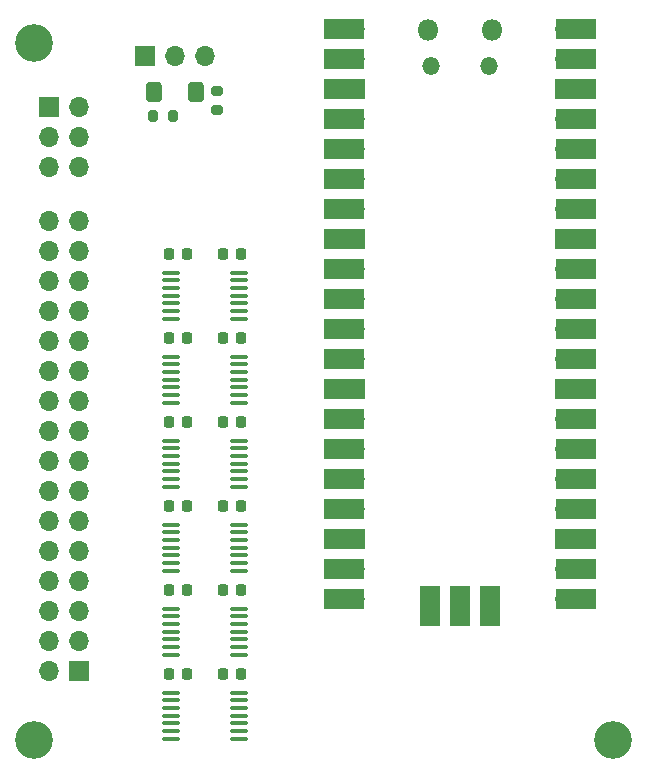
<source format=gts>
G04 #@! TF.GenerationSoftware,KiCad,Pcbnew,8.0.8-8.0.8-0~ubuntu24.04.1*
G04 #@! TF.CreationDate,2025-04-25T21:20:27+02:00*
G04 #@! TF.ProjectId,LogicAnalyzer,4c6f6769-6341-46e6-916c-797a65722e6b,rev?*
G04 #@! TF.SameCoordinates,Original*
G04 #@! TF.FileFunction,Soldermask,Top*
G04 #@! TF.FilePolarity,Negative*
%FSLAX46Y46*%
G04 Gerber Fmt 4.6, Leading zero omitted, Abs format (unit mm)*
G04 Created by KiCad (PCBNEW 8.0.8-8.0.8-0~ubuntu24.04.1) date 2025-04-25 21:20:27*
%MOMM*%
%LPD*%
G01*
G04 APERTURE LIST*
G04 Aperture macros list*
%AMRoundRect*
0 Rectangle with rounded corners*
0 $1 Rounding radius*
0 $2 $3 $4 $5 $6 $7 $8 $9 X,Y pos of 4 corners*
0 Add a 4 corners polygon primitive as box body*
4,1,4,$2,$3,$4,$5,$6,$7,$8,$9,$2,$3,0*
0 Add four circle primitives for the rounded corners*
1,1,$1+$1,$2,$3*
1,1,$1+$1,$4,$5*
1,1,$1+$1,$6,$7*
1,1,$1+$1,$8,$9*
0 Add four rect primitives between the rounded corners*
20,1,$1+$1,$2,$3,$4,$5,0*
20,1,$1+$1,$4,$5,$6,$7,0*
20,1,$1+$1,$6,$7,$8,$9,0*
20,1,$1+$1,$8,$9,$2,$3,0*%
G04 Aperture macros list end*
%ADD10RoundRect,0.225000X0.225000X0.250000X-0.225000X0.250000X-0.225000X-0.250000X0.225000X-0.250000X0*%
%ADD11C,3.200000*%
%ADD12RoundRect,0.100000X-0.637500X-0.100000X0.637500X-0.100000X0.637500X0.100000X-0.637500X0.100000X0*%
%ADD13RoundRect,0.200000X-0.200000X-0.275000X0.200000X-0.275000X0.200000X0.275000X-0.200000X0.275000X0*%
%ADD14RoundRect,0.250000X-0.400000X-0.600000X0.400000X-0.600000X0.400000X0.600000X-0.400000X0.600000X0*%
%ADD15R,1.700000X1.700000*%
%ADD16O,1.700000X1.700000*%
%ADD17RoundRect,0.225000X-0.225000X-0.250000X0.225000X-0.250000X0.225000X0.250000X-0.225000X0.250000X0*%
%ADD18RoundRect,0.200000X-0.275000X0.200000X-0.275000X-0.200000X0.275000X-0.200000X0.275000X0.200000X0*%
%ADD19O,1.800000X1.800000*%
%ADD20O,1.500000X1.500000*%
%ADD21R,3.500000X1.700000*%
%ADD22R,1.700000X3.500000*%
G04 APERTURE END LIST*
D10*
X170447000Y-106680000D03*
X168897000Y-106680000D03*
D11*
X157501957Y-126493030D03*
D12*
X169095500Y-86950000D03*
X169095500Y-87600000D03*
X169095500Y-88250000D03*
X169095500Y-88900000D03*
X169095500Y-89550000D03*
X169095500Y-90200000D03*
X169095500Y-90850000D03*
X174820500Y-90850000D03*
X174820500Y-90200000D03*
X174820500Y-89550000D03*
X174820500Y-88900000D03*
X174820500Y-88250000D03*
X174820500Y-87600000D03*
X174820500Y-86950000D03*
X169095500Y-94062000D03*
X169095500Y-94712000D03*
X169095500Y-95362000D03*
X169095500Y-96012000D03*
X169095500Y-96662000D03*
X169095500Y-97312000D03*
X169095500Y-97962000D03*
X174820500Y-97962000D03*
X174820500Y-97312000D03*
X174820500Y-96662000D03*
X174820500Y-96012000D03*
X174820500Y-95362000D03*
X174820500Y-94712000D03*
X174820500Y-94062000D03*
D13*
X167577000Y-73660000D03*
X169227000Y-73660000D03*
D11*
X157507194Y-67484319D03*
D14*
X167668000Y-71628000D03*
X171168000Y-71628000D03*
D15*
X158750000Y-72898000D03*
D16*
X161290000Y-72898000D03*
X158750000Y-75438000D03*
X161290000Y-75438000D03*
X158750000Y-77978000D03*
X161290000Y-77978000D03*
D12*
X169095500Y-108286000D03*
X169095500Y-108936000D03*
X169095500Y-109586000D03*
X169095500Y-110236000D03*
X169095500Y-110886000D03*
X169095500Y-111536000D03*
X169095500Y-112186000D03*
X174820500Y-112186000D03*
X174820500Y-111536000D03*
X174820500Y-110886000D03*
X174820500Y-110236000D03*
X174820500Y-109586000D03*
X174820500Y-108936000D03*
X174820500Y-108286000D03*
D17*
X173469000Y-113792000D03*
X175019000Y-113792000D03*
D18*
X172974000Y-71565000D03*
X172974000Y-73215000D03*
D12*
X169095500Y-115398000D03*
X169095500Y-116048000D03*
X169095500Y-116698000D03*
X169095500Y-117348000D03*
X169095500Y-117998000D03*
X169095500Y-118648000D03*
X169095500Y-119298000D03*
X174820500Y-119298000D03*
X174820500Y-118648000D03*
X174820500Y-117998000D03*
X174820500Y-117348000D03*
X174820500Y-116698000D03*
X174820500Y-116048000D03*
X174820500Y-115398000D03*
D10*
X170447000Y-92456000D03*
X168897000Y-92456000D03*
D12*
X169095500Y-101174000D03*
X169095500Y-101824000D03*
X169095500Y-102474000D03*
X169095500Y-103124000D03*
X169095500Y-103774000D03*
X169095500Y-104424000D03*
X169095500Y-105074000D03*
X174820500Y-105074000D03*
X174820500Y-104424000D03*
X174820500Y-103774000D03*
X174820500Y-103124000D03*
X174820500Y-102474000D03*
X174820500Y-101824000D03*
X174820500Y-101174000D03*
D10*
X170447000Y-120904000D03*
X168897000Y-120904000D03*
D19*
X190823000Y-66424000D03*
D20*
X191123000Y-69454000D03*
X195973000Y-69454000D03*
D19*
X196273000Y-66424000D03*
D16*
X184658000Y-66294000D03*
D21*
X183758000Y-66294000D03*
D16*
X184658000Y-68834000D03*
D21*
X183758000Y-68834000D03*
D15*
X184658000Y-71374000D03*
D21*
X183758000Y-71374000D03*
D16*
X184658000Y-73914000D03*
D21*
X183758000Y-73914000D03*
D16*
X184658000Y-76454000D03*
D21*
X183758000Y-76454000D03*
D16*
X184658000Y-78994000D03*
D21*
X183758000Y-78994000D03*
D16*
X184658000Y-81534000D03*
D21*
X183758000Y-81534000D03*
D15*
X184658000Y-84074000D03*
D21*
X183758000Y-84074000D03*
D16*
X184658000Y-86614000D03*
D21*
X183758000Y-86614000D03*
D16*
X184658000Y-89154000D03*
D21*
X183758000Y-89154000D03*
D16*
X184658000Y-91694000D03*
D21*
X183758000Y-91694000D03*
D16*
X184658000Y-94234000D03*
D21*
X183758000Y-94234000D03*
D15*
X184658000Y-96774000D03*
D21*
X183758000Y-96774000D03*
D16*
X184658000Y-99314000D03*
D21*
X183758000Y-99314000D03*
D16*
X184658000Y-101854000D03*
D21*
X183758000Y-101854000D03*
D16*
X184658000Y-104394000D03*
D21*
X183758000Y-104394000D03*
D16*
X184658000Y-106934000D03*
D21*
X183758000Y-106934000D03*
D15*
X184658000Y-109474000D03*
D21*
X183758000Y-109474000D03*
D16*
X184658000Y-112014000D03*
D21*
X183758000Y-112014000D03*
D16*
X184658000Y-114554000D03*
D21*
X183758000Y-114554000D03*
D16*
X202438000Y-114554000D03*
D21*
X203338000Y-114554000D03*
D16*
X202438000Y-112014000D03*
D21*
X203338000Y-112014000D03*
D15*
X202438000Y-109474000D03*
D21*
X203338000Y-109474000D03*
D16*
X202438000Y-106934000D03*
D21*
X203338000Y-106934000D03*
D16*
X202438000Y-104394000D03*
D21*
X203338000Y-104394000D03*
D16*
X202438000Y-101854000D03*
D21*
X203338000Y-101854000D03*
D16*
X202438000Y-99314000D03*
D21*
X203338000Y-99314000D03*
D15*
X202438000Y-96774000D03*
D21*
X203338000Y-96774000D03*
D16*
X202438000Y-94234000D03*
D21*
X203338000Y-94234000D03*
D16*
X202438000Y-91694000D03*
D21*
X203338000Y-91694000D03*
D16*
X202438000Y-89154000D03*
D21*
X203338000Y-89154000D03*
D16*
X202438000Y-86614000D03*
D21*
X203338000Y-86614000D03*
D15*
X202438000Y-84074000D03*
D21*
X203338000Y-84074000D03*
D16*
X202438000Y-81534000D03*
D21*
X203338000Y-81534000D03*
D16*
X202438000Y-78994000D03*
D21*
X203338000Y-78994000D03*
D16*
X202438000Y-76454000D03*
D21*
X203338000Y-76454000D03*
D16*
X202438000Y-73914000D03*
D21*
X203338000Y-73914000D03*
D15*
X202438000Y-71374000D03*
D21*
X203338000Y-71374000D03*
D16*
X202438000Y-68834000D03*
D21*
X203338000Y-68834000D03*
D16*
X202438000Y-66294000D03*
D21*
X203338000Y-66294000D03*
D16*
X191008000Y-114324000D03*
D22*
X191008000Y-115224000D03*
D15*
X193548000Y-114324000D03*
D22*
X193548000Y-115224000D03*
D16*
X196088000Y-114324000D03*
D22*
X196088000Y-115224000D03*
D17*
X173469000Y-85344000D03*
X175019000Y-85344000D03*
X173469000Y-99568000D03*
X175019000Y-99568000D03*
D15*
X161290000Y-120650000D03*
D16*
X158750000Y-120650000D03*
X161290000Y-118110000D03*
X158750000Y-118110000D03*
X161290000Y-115570000D03*
X158750000Y-115570000D03*
X161290000Y-113030000D03*
X158750000Y-113030000D03*
X161290000Y-110490000D03*
X158750000Y-110490000D03*
X161290000Y-107950000D03*
X158750000Y-107950000D03*
X161290000Y-105410000D03*
X158750000Y-105410000D03*
X161290000Y-102870000D03*
X158750000Y-102870000D03*
X161290000Y-100330000D03*
X158750000Y-100330000D03*
X161290000Y-97790000D03*
X158750000Y-97790000D03*
X161290000Y-95250000D03*
X158750000Y-95250000D03*
X161290000Y-92710000D03*
X158750000Y-92710000D03*
X161290000Y-90170000D03*
X158750000Y-90170000D03*
X161290000Y-87630000D03*
X158750000Y-87630000D03*
X161290000Y-85090000D03*
X158750000Y-85090000D03*
X161290000Y-82550000D03*
X158750000Y-82550000D03*
D11*
X206505698Y-126494324D03*
D17*
X173469000Y-106680000D03*
X175019000Y-106680000D03*
X173469000Y-92456000D03*
X175019000Y-92456000D03*
D10*
X170447000Y-113792000D03*
X168897000Y-113792000D03*
D12*
X169095500Y-122510000D03*
X169095500Y-123160000D03*
X169095500Y-123810000D03*
X169095500Y-124460000D03*
X169095500Y-125110000D03*
X169095500Y-125760000D03*
X169095500Y-126410000D03*
X174820500Y-126410000D03*
X174820500Y-125760000D03*
X174820500Y-125110000D03*
X174820500Y-124460000D03*
X174820500Y-123810000D03*
X174820500Y-123160000D03*
X174820500Y-122510000D03*
D15*
X166878000Y-68580000D03*
D16*
X169418000Y-68580000D03*
X171958000Y-68580000D03*
D17*
X173469000Y-120904000D03*
X175019000Y-120904000D03*
D10*
X170447000Y-99568000D03*
X168897000Y-99568000D03*
X170447000Y-85344000D03*
X168897000Y-85344000D03*
M02*

</source>
